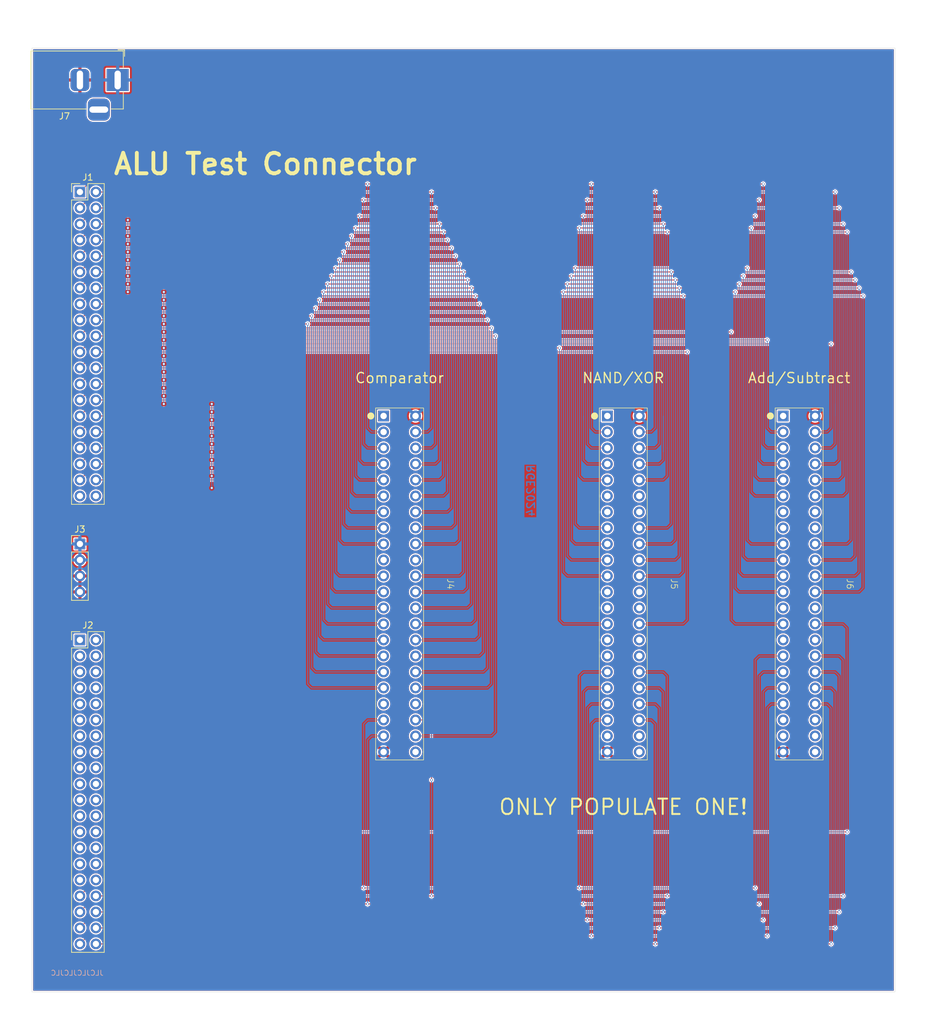
<source format=kicad_pcb>
(kicad_pcb (version 20240108) (generator "pcbnew") (generator_version "8.0")
  (layers (0 "F.Cu" signal) (31 "B.Cu" signal) (34 "B.Paste" user) (35 "F.Paste" user) (36 "B.SilkS" user "B.Silkscreen") (37 "F.SilkS" user "F.Silkscreen") (38 "B.Mask" user) (39 "F.Mask" user) (44 "Edge.Cuts" user))
  (net 0 "")
  (net 1 "/B13")
  (net 2 "/A2")
  (net 3 "/~{Add}")
  (net 4 "/A5")
  (net 5 "/B11")
  (net 6 "/~{NAND}")
  (net 7 "/B1")
  (net 8 "/B14")
  (net 9 "/B15")
  (net 10 "/B6")
  (net 11 "/B7")
  (net 12 "/A10")
  (net 13 "/A14")
  (net 14 "/A0")
  (net 15 "/~{XOR}")
  (net 16 "/B5")
  (net 17 "/A8")
  (net 18 "/A3")
  (net 19 "/A6")
  (net 20 "/B0")
  (net 21 "/A1")
  (net 24 "/A15")
  (net 25 "/A7")
  (net 26 "/B8")
  (net 27 "/A12")
  (net 28 "/~{Compare}")
  (net 29 "/A9")
  (net 30 "/~{Sub}")
  (net 31 "/A4")
  (net 32 "/B10")
  (net 33 "/B12")
  (net 34 "/B9")
  (net 35 "/Carry_{in}")
  (net 36 "/B4")
  (net 37 "/B2")
  (net 38 "/A11")
  (net 39 "/A13")
  (net 40 "/B3")
  (net 44 "/C4")
  (net 48 "/C1")
  (net 50 "/C5")
  (net 59 "/C2")
  (net 60 "/C3")
  (net 65 "/C7")
  (net 73 "/C6")
  (net 74 "/C0")
  (net 80 "/Carry_{Out}")
  (net 81 "+5V")
  (net 82 "GND")
  (footprint "BoardEdgeConnectors:TE-5530843-4-Mount" (layer "F.Cu") (at 172.72 113.03 -90)
    (property "Reference" "J6")
    (property "Value" "~")
  )
  (footprint "BoardEdgeConnectors:TE-5530843-4-Mount" (layer "F.Cu") (at 144.78 113.03 -90)
    (property "Reference" "J5")
    (property "Value" "~")
  )
  (footprint "Connector_PinHeader_2.54mm:PinHeader_1x04_P2.54mm_Vertical" (layer "F.Cu") (at 58.42 106.68)
    (property "Reference" "J3")
    (property "Value" "Conn_01x04")
  )
  (footprint "BoardEdgeConnectors:TE-5530843-4-Mount" (layer "F.Cu") (at 109.22 113.03 -90)
    (property "Reference" "J4")
    (property "Value" "~")
  )
  (footprint "Connector_PinHeader_2.54mm:PinHeader_2x20_P2.54mm_Vertical" (layer "F.Cu") (at 58.42 50.8)
    (property "Reference" "J1")
    (property "Value" "Conn_02x20_Odd_Even")
  )
  (footprint "Connector_PinHeader_2.54mm:PinHeader_2x20_P2.54mm_Vertical" (layer "F.Cu") (at 58.42 121.92)
    (property "Reference" "J2")
    (property "Value" "Conn_02x20_Odd_Even")
  )
  (footprint "Connector_BarrelJack:BarrelJack_Horizontal" (layer "F.Cu") (at 64.42 33.02)
    (property "Reference" "J7")
    (property "Value" "Barrel_Jack_Switch")
  )
  (gr_rect (start 50.8 27.94) (end 187.96 177.8) (stroke (width 0.05)) (fill none) (layer "Edge.Cuts"))
  (gr_text "RGE2024" (at 130.81 93.98 90) (layer "B.Cu") (effects (font (size 1.2192 1.2192) (thickness 0.2032) (bold yes)) (justify left bottom mirror)))
  (gr_text "JLCJLCJLCJLC" (at 62.23 175.26 0) (layer "B.SilkS") (effects (font (size 0.8128 0.8128) (thickness 0.1016)) (justify left bottom mirror)))
  (gr_text "Comparator" (at 109.22 81.28 0) (layer "F.SilkS") (effects (font (size 1.6256 1.6256) (thickness 0.2032)) (justify bottom)))
  (gr_text "ALU Test Connector" (at 63.5 48.26 0) (layer "F.SilkS") (effects (font (size 3.2512 3.2512) (thickness 0.6096) (bold yes)) (justify left bottom)))
  (gr_text "NAND/XOR" (at 144.78 81.28 0) (layer "F.SilkS") (effects (font (size 1.6256 1.6256) (thickness 0.2032)) (justify bottom)))
  (gr_text "Add/Subtract" (at 172.72 81.28 0) (layer "F.SilkS") (effects (font (size 1.6256 1.6256) (thickness 0.2032)) (justify bottom)))
  (gr_text "ONLY POPULATE ONE!" (at 144.78 149.86 0) (layer "F.SilkS") (effects (font (size 2.4384 2.4384) (thickness 0.3048)) (justify bottom)))
  (segment (start 84.455 71.12) (end 123.19 71.12) (width 0.127) (layer "F.Cu") (net 1))
  (segment (start 60.96 86.36) (end 83.185 86.36) (width 0.127) (layer "F.Cu") (net 1))
  (segment (start 83.82 85.725) (end 83.82 71.755) (width 0.127) (layer "F.Cu") (net 1))
  (segment (start 83.185 86.36) (end 83.82 85.725) (width 0.127) (layer "F.Cu") (net 1))
  (segment (start 83.82 71.755) (end 84.455 71.12) (width 0.127) (layer "F.Cu") (net 1))
  (via (at 123.19 71.12) (size 0.45) (drill 0.3) (layers "F.Cu" "B.Cu") (net 1))
  (segment (start 111.76 127) (end 122.555 127) (width 0.127) (layer "B.Cu") (net 1))
  (segment (start 123.19 126.365) (end 123.19 71.12) (width 0.127) (layer "B.Cu") (net 1))
  (segment (start 122.555 127) (end 123.19 126.365) (width 0.127) (layer "B.Cu") (net 1))
  (segment (start 103.505 52.07) (end 139.065 52.07) (width 0.127) (layer "F.Cu") (net 2))
  (segment (start 58.42 53.34) (end 59.69 52.07) (width 0.127) (layer "F.Cu") (net 2))
  (segment (start 139.065 52.07) (end 166.37 52.07) (width 0.127) (layer "F.Cu") (net 2))
  (segment (start 59.69 52.07) (end 103.505 52.07) (width 0.127) (layer "F.Cu") (net 2))
  (via (at 103.505 52.07) (size 0.45) (drill 0.3) (layers "F.Cu" "B.Cu") (net 2))
  (via (at 139.065 52.07) (size 0.45) (drill 0.3) (layers "F.Cu" "B.Cu") (net 2))
  (via (at 166.37 52.07) (size 0.45) (drill 0.3) (layers "F.Cu" "B.Cu") (net 2))
  (segment (start 167.005 93.98) (end 166.37 93.345) (width 0.127) (layer "B.Cu") (net 2))
  (segment (start 142.24 91.44) (end 139.7 91.44) (width 0.127) (layer "B.Cu") (net 2))
  (segment (start 170.18 93.98) (end 167.005 93.98) (width 0.127) (layer "B.Cu") (net 2))
  (segment (start 103.505 90.805) (end 103.505 52.07) (width 0.127) (layer "B.Cu") (net 2))
  (segment (start 106.68 91.44) (end 104.14 91.44) (width 0.127) (layer "B.Cu") (net 2))
  (segment (start 139.7 91.44) (end 139.065 90.805) (width 0.127) (layer "B.Cu") (net 2))
  (segment (start 104.14 91.44) (end 103.505 90.805) (width 0.127) (layer "B.Cu") (net 2))
  (segment (start 139.065 90.805) (end 139.065 52.07) (width 0.127) (layer "B.Cu") (net 2))
  (segment (start 166.37 93.345) (end 166.37 52.07) (width 0.127) (layer "B.Cu") (net 2))
  (segment (start 87.63 74.295) (end 95.25 74.295) (width 0.127) (layer "F.Cu") (net 3))
  (segment (start 86.995 92.075) (end 86.995 82.55) (width 0.127) (layer "F.Cu") (net 3))
  (segment (start 95.25 74.295) (end 167.64 74.295) (width 0.127) (layer "F.Cu") (net 3))
  (segment (start 86.36 92.71) (end 86.995 92.075) (width 0.127) (layer "F.Cu") (net 3))
  (segment (start 86.995 82.55) (end 86.995 74.93) (width 0.127) (layer "F.Cu") (net 3))
  (segment (start 58.42 93.98) (end 59.69 92.71) (width 0.127) (layer "F.Cu") (net 3))
  (segment (start 86.995 74.93) (end 87.63 74.295) (width 0.127) (layer "F.Cu") (net 3))
  (segment (start 59.69 92.71) (end 86.36 92.71) (width 0.127) (layer "F.Cu") (net 3))
  (via (at 167.64 74.295) (size 0.45) (drill 0.3) (layers "F.Cu" "B.Cu") (net 3))
  (segment (start 167.64 88.265) (end 167.64 74.295) (width 0.127) (layer "B.Cu") (net 3))
  (segment (start 170.18 88.9) (end 168.275 88.9) (width 0.127) (layer "B.Cu") (net 3))
  (segment (start 168.275 88.9) (end 167.64 88.265) (width 0.127) (layer "B.Cu") (net 3))
  (segment (start 151.13 55.88) (end 179.705 55.88) (width 0.127) (layer "F.Cu") (net 4))
  (segment (start 114.935 55.88) (end 151.13 55.88) (width 0.127) (layer "F.Cu") (net 4))
  (segment (start 60.96 55.88) (end 114.935 55.88) (width 0.127) (layer "F.Cu") (net 4))
  (segment (start 114.935 55.88) (end 115.57 55.88) (width 0.127) (layer "F.Cu") (net 4))
  (via (at 179.705 55.88) (size 0.45) (drill 0.3) (layers "F.Cu" "B.Cu") (net 4))
  (via (at 151.13 55.88) (size 0.45) (drill 0.3) (layers "F.Cu" "B.Cu") (net 4))
  (via (at 115.57 55.88) (size 0.45) (drill 0.3) (layers "F.Cu" "B.Cu") (net 4))
  (segment (start 147.32 93.98) (end 150.495 93.98) (width 0.127) (layer "B.Cu") (net 4))
  (segment (start 179.705 95.885) (end 179.705 88.9) (width 0.127) (layer "B.Cu") (net 4))
  (segment (start 175.26 96.52) (end 179.07 96.52) (width 0.127) (layer "B.Cu") (net 4))
  (segment (start 111.76 93.98) (end 114.935 93.98) (width 0.127) (layer "B.Cu") (net 4))
  (segment (start 115.57 86.36) (end 115.57 90.805) (width 0.127) (layer "B.Cu") (net 4))
  (segment (start 115.57 93.345) (end 115.57 86.36) (width 0.127) (layer "B.Cu") (net 4))
  (segment (start 115.57 90.805) (end 115.57 55.88) (width 0.127) (layer "B.Cu") (net 4))
  (segment (start 151.13 93.345) (end 151.13 86.36) (width 0.127) (layer "B.Cu") (net 4))
  (segment (start 151.13 86.36) (end 151.13 92.075) (width 0.127) (layer "B.Cu") (net 4))
  (segment (start 114.935 93.98) (end 115.57 93.345) (width 0.127) (layer "B.Cu") (net 4))
  (segment (start 179.07 96.52) (end 179.705 95.885) (width 0.127) (layer "B.Cu") (net 4))
  (segment (start 179.705 88.9) (end 179.705 55.88) (width 0.127) (layer "B.Cu") (net 4))
  (segment (start 151.13 92.075) (end 151.13 55.88) (width 0.127) (layer "B.Cu") (net 4))
  (segment (start 150.495 93.98) (end 151.13 93.345) (width 0.127) (layer "B.Cu") (net 4))
  (segment (start 81.915 83.82) (end 82.55 83.185) (width 0.127) (layer "F.Cu") (net 5))
  (segment (start 60.96 83.82) (end 81.915 83.82) (width 0.127) (layer "F.Cu") (net 5))
  (segment (start 83.185 69.85) (end 107.95 69.85) (width 0.127) (layer "F.Cu") (net 5))
  (segment (start 82.55 83.185) (end 82.55 70.485) (width 0.127) (layer "F.Cu") (net 5))
  (segment (start 107.95 69.85) (end 122.555 69.85) (width 0.127) (layer "F.Cu") (net 5))
  (segment (start 82.55 70.485) (end 83.185 69.85) (width 0.127) (layer "F.Cu") (net 5))
  (via (at 122.555 69.85) (size 0.45) (drill 0.3) (layers "F.Cu" "B.Cu") (net 5))
  (segment (start 111.76 124.46) (end 121.92 124.46) (width 0.127) (layer "B.Cu") (net 5))
  (segment (start 122.555 123.825) (end 122.555 69.85) (width 0.127) (layer "B.Cu") (net 5))
  (segment (start 121.92 124.46) (end 122.555 123.825) (width 0.127) (layer "B.Cu") (net 5))
  (segment (start 58.42 96.52) (end 59.69 95.25) (width 0.127) (layer "F.Cu") (net 6))
  (segment (start 59.69 95.25) (end 87.63 95.25) (width 0.127) (layer "F.Cu") (net 6))
  (segment (start 88.9 75.565) (end 92.075 75.565) (width 0.127) (layer "F.Cu") (net 6))
  (segment (start 88.265 76.2) (end 88.9 75.565) (width 0.127) (layer "F.Cu") (net 6))
  (segment (start 87.63 95.25) (end 88.265 94.615) (width 0.127) (layer "F.Cu") (net 6))
  (segment (start 92.075 75.565) (end 134.62 75.565) (width 0.127) (layer "F.Cu") (net 6))
  (segment (start 88.265 94.615) (end 88.265 76.2) (width 0.127) (layer "F.Cu") (net 6))
  (via (at 134.62 75.565) (size 0.45) (drill 0.3) (layers "F.Cu" "B.Cu") (net 6))
  (segment (start 134.62 118.745) (end 134.62 75.565) (width 0.127) (layer "B.Cu") (net 6))
  (segment (start 135.255 119.38) (end 134.62 118.745) (width 0.127) (layer "B.Cu") (net 6))
  (segment (start 142.24 119.38) (end 135.255 119.38) (width 0.127) (layer "B.Cu") (net 6))
  (segment (start 152.4 63.5) (end 180.975 63.5) (width 0.127) (layer "F.Cu") (net 7))
  (segment (start 76.2 70.485) (end 76.2 64.135) (width 0.127) (layer "F.Cu") (net 7))
  (segment (start 60.96 71.12) (end 75.565 71.12) (width 0.127) (layer "F.Cu") (net 7))
  (segment (start 76.835 63.5) (end 101.6 63.5) (width 0.127) (layer "F.Cu") (net 7))
  (segment (start 101.6 63.5) (end 119.38 63.5) (width 0.127) (layer "F.Cu") (net 7))
  (segment (start 119.38 63.5) (end 152.4 63.5) (width 0.127) (layer "F.Cu") (net 7))
  (segment (start 76.2 64.135) (end 76.835 63.5) (width 0.127) (layer "F.Cu") (net 7))
  (segment (start 75.565 71.12) (end 76.2 70.485) (width 0.127) (layer "F.Cu") (net 7))
  (via (at 152.4 63.5) (size 0.45) (drill 0.3) (layers "F.Cu" "B.Cu") (net 7))
  (via (at 180.975 63.5) (size 0.45) (drill 0.3) (layers "F.Cu" "B.Cu") (net 7))
  (via (at 119.38 63.5) (size 0.45) (drill 0.3) (layers "F.Cu" "B.Cu") (net 7))
  (segment (start 180.975 106.045) (end 180.975 63.5) (width 0.127) (layer "B.Cu") (net 7))
  (segment (start 152.4 103.505) (end 152.4 63.5) (width 0.127) (layer "B.Cu") (net 7))
  (segment (start 151.765 104.14) (end 152.4 103.505) (width 0.127) (layer "B.Cu") (net 7))
  (segment (start 175.26 106.68) (end 180.34 106.68) (width 0.127) (layer "B.Cu") (net 7))
  (segment (start 118.745 111.76) (end 119.38 111.125) (width 0.127) (layer "B.Cu") (net 7))
  (segment (start 180.34 106.68) (end 180.975 106.045) (width 0.127) (layer "B.Cu") (net 7))
  (segment (start 119.38 111.125) (end 119.38 63.5) (width 0.127) (layer "B.Cu") (net 7))
  (segment (start 111.76 111.76) (end 118.745 111.76) (width 0.127) (layer "B.Cu") (net 7))
  (segment (start 147.32 104.14) (end 151.765 104.14) (width 0.127) (layer "B.Cu") (net 7))
  (segment (start 83.82 87.63) (end 84.455 86.995) (width 0.127) (layer "F.Cu") (net 8))
  (segment (start 59.69 87.63) (end 83.82 87.63) (width 0.127) (layer "F.Cu") (net 8))
  (segment (start 85.09 71.755) (end 94.615 71.755) (width 0.127) (layer "F.Cu") (net 8))
  (segment (start 84.455 86.995) (end 84.455 72.39) (width 0.127) (layer "F.Cu") (net 8))
  (segment (start 58.42 88.9) (end 59.69 87.63) (width 0.127) (layer "F.Cu") (net 8))
  (segment (start 84.455 72.39) (end 85.09 71.755) (width 0.127) (layer "F.Cu") (net 8))
  (via (at 94.615 71.755) (size 0.45) (drill 0.3) (layers "F.Cu" "B.Cu") (net 8))
  (segment (start 94.615 128.905) (end 94.615 71.755) (width 0.127) (layer "B.Cu") (net 8))
  (segment (start 106.68 129.54) (end 95.25 129.54) (width 0.127) (layer "B.Cu") (net 8))
  (segment (start 95.25 129.54) (end 94.615 128.905) (width 0.127) (layer "B.Cu") (net 8))
  (segment (start 60.96 88.9) (end 84.455 88.9) (width 0.127) (layer "F.Cu") (net 9))
  (segment (start 84.455 88.9) (end 85.09 88.265) (width 0.127) (layer "F.Cu") (net 9))
  (segment (start 85.725 72.39) (end 92.71 72.39) (width 0.127) (layer "F.Cu") (net 9))
  (segment (start 85.09 73.025) (end 85.725 72.39) (width 0.127) (layer "F.Cu") (net 9))
  (segment (start 92.71 72.39) (end 123.825 72.39) (width 0.127) (layer "F.Cu") (net 9))
  (segment (start 85.09 88.265) (end 85.09 73.025) (width 0.127) (layer "F.Cu") (net 9))
  (via (at 123.825 72.39) (size 0.45) (drill 0.3) (layers "F.Cu" "B.Cu") (net 9))
  (segment (start 111.76 129.54) (end 123.19 129.54) (width 0.127) (layer "B.Cu") (net 9))
  (segment (start 123.825 128.905) (end 123.825 72.39) (width 0.127) (layer "B.Cu") (net 9))
  (segment (start 123.19 129.54) (end 123.825 128.905) (width 0.127) (layer "B.Cu") (net 9))
  (segment (start 59.69 77.47) (end 60.325 77.47) (width 0.127) (layer "F.Cu") (net 10))
  (segment (start 58.42 78.74) (end 59.69 77.47) (width 0.127) (layer "F.Cu") (net 10))
  (segment (start 79.375 67.31) (end 80.01 66.675) (width 0.127) (layer "F.Cu") (net 10))
  (segment (start 78.74 77.47) (end 79.375 76.835) (width 0.127) (layer "F.Cu") (net 10))
  (segment (start 80.01 66.675) (end 82.55 66.675) (width 0.127) (layer "F.Cu") (net 10))
  (segment (start 79.375 76.835) (end 79.375 67.31) (width 0.127) (layer "F.Cu") (net 10))
  (segment (start 97.155 66.675) (end 135.255 66.675) (width 0.127) (layer "F.Cu") (net 10))
  (segment (start 82.55 66.675) (end 97.155 66.675) (width 0.127) (layer "F.Cu") (net 10))
  (segment (start 135.255 66.675) (end 162.56 66.675) (width 0.127) (layer "F.Cu") (net 10))
  (segment (start 60.325 77.47) (end 78.74 77.47) (width 0.127) (layer "F.Cu") (net 10))
  (via (at 97.155 66.675) (size 0.45) (drill 0.3) (layers "F.Cu" "B.Cu") (net 10))
  (via (at 162.56 66.675) (size 0.45) (drill 0.3) (layers "F.Cu" "B.Cu") (net 10))
  (via (at 135.255 66.675) (size 0.45) (drill 0.3) (layers "F.Cu" "B.Cu") (net 10))
  (segment (start 135.89 111.76) (end 135.255 111.125) (width 0.127) (layer "B.Cu") (net 10))
  (segment (start 162.56 113.665) (end 162.56 66.675) (width 0.127) (layer "B.Cu") (net 10))
  (segment (start 163.195 114.3) (end 162.56 113.665) (width 0.127) (layer "B.Cu") (net 10))
  (segment (start 106.68 119.38) (end 97.79 119.38) (width 0.127) (layer "B.Cu") (net 10))
  (segment (start 135.255 111.125) (end 135.255 66.675) (width 0.127) (layer "B.Cu") (net 10))
  (segment (start 170.18 114.3) (end 163.195 114.3) (width 0.127) (layer "B.Cu") (net 10))
  (segment (start 142.24 111.76) (end 135.89 111.76) (width 0.127) (layer "B.Cu") (net 10))
  (segment (start 97.155 118.745) (end 97.155 66.675) (width 0.127) (layer "B.Cu") (net 10))
  (segment (start 97.79 119.38) (end 97.155 118.745) (width 0.127) (layer "B.Cu") (net 10))
  (segment (start 121.285 67.31) (end 154.305 67.31) (width 0.127) (layer "F.Cu") (net 11))
  (segment (start 80.645 67.31) (end 89.535 67.31) (width 0.127) (layer "F.Cu") (net 11))
  (segment (start 79.375 78.74) (end 80.01 78.105) (width 0.127) (layer "F.Cu") (net 11))
  (segment (start 156.845 67.31) (end 182.88 67.31) (width 0.127) (layer "F.Cu") (net 11))
  (segment (start 80.01 78.105) (end 80.01 67.945) (width 0.127) (layer "F.Cu") (net 11))
  (segment (start 80.01 67.945) (end 80.645 67.31) (width 0.127) (layer "F.Cu") (net 11))
  (segment (start 89.535 67.31) (end 121.285 67.31) (width 0.127) (layer "F.Cu") (net 11))
  (segment (start 154.305 67.31) (end 156.845 67.31) (width 0.127) (layer "F.Cu") (net 11))
  (segment (start 60.96 78.74) (end 79.375 78.74) (width 0.127) (layer "F.Cu") (net 11))
  (via (at 182.88 67.31) (size 0.45) (drill 0.3) (layers "F.Cu" "B.Cu") (net 11))
  (via (at 154.305 67.31) (size 0.45) (drill 0.3) (layers "F.Cu" "B.Cu") (net 11))
  (via (at 121.285 67.31) (size 0.45) (drill 0.3) (layers "F.Cu" "B.Cu") (net 11))
  (segment (start 154.305 111.125) (end 154.305 67.31) (width 0.127) (layer "B.Cu") (net 11))
  (segment (start 182.245 114.3) (end 175.26 114.3) (width 0.127) (layer "B.Cu") (net 11))
  (segment (start 182.88 67.31) (end 182.88 113.665) (width 0.127) (layer "B.Cu") (net 11))
  (segment (start 153.67 111.76) (end 154.305 111.125) (width 0.127) (layer "B.Cu") (net 11))
  (segment (start 121.285 118.745) (end 121.285 67.31) (width 0.127) (layer "B.Cu") (net 11))
  (segment (start 120.65 119.38) (end 121.285 118.745) (width 0.127) (layer "B.Cu") (net 11))
  (segment (start 147.32 111.76) (end 153.67 111.76) (width 0.127) (layer "B.Cu") (net 11))
  (segment (start 111.76 119.38) (end 120.65 119.38) (width 0.127) (layer "B.Cu") (net 11))
  (segment (start 182.88 113.665) (end 182.245 114.3) (width 0.127) (layer "B.Cu") (net 11))
  (segment (start 59.69 62.23) (end 71.12 62.23) (width 0.127) (layer "F.Cu") (net 12))
  (segment (start 71.12 62.23) (end 71.755 61.595) (width 0.127) (layer "F.Cu") (net 12))
  (segment (start 72.39 59.055) (end 100.965 59.055) (width 0.127) (layer "F.Cu") (net 12))
  (segment (start 71.755 59.69) (end 72.39 59.055) (width 0.127) (layer "F.Cu") (net 12))
  (segment (start 58.42 63.5) (end 59.69 62.23) (width 0.127) (layer "F.Cu") (net 12))
  (segment (start 71.755 61.595) (end 71.755 59.69) (width 0.127) (layer "F.Cu") (net 12))
  (via (at 100.965 59.055) (size 0.45) (drill 0.3) (layers "F.Cu" "B.Cu") (net 12))
  (segment (start 101.6 101.6) (end 100.965 100.965) (width 0.127) (layer "B.Cu") (net 12))
  (segment (start 106.68 101.6) (end 101.6 101.6) (width 0.127) (layer "B.Cu") (net 12))
  (segment (start 100.965 100.965) (end 100.965 59.055) (width 0.127) (layer "B.Cu") (net 12))
  (segment (start 74.295 66.675) (end 74.295 62.23) (width 0.127) (layer "F.Cu") (net 13))
  (segment (start 73.66 67.31) (end 74.295 66.675) (width 0.127) (layer "F.Cu") (net 13))
  (segment (start 59.69 67.31) (end 73.66 67.31) (width 0.127) (layer "F.Cu") (net 13))
  (segment (start 58.42 68.58) (end 59.69 67.31) (width 0.127) (layer "F.Cu") (net 13))
  (segment (start 82.55 61.595) (end 99.695 61.595) (width 0.127) (layer "F.Cu") (net 13))
  (segment (start 74.93 61.595) (end 82.55 61.595) (width 0.127) (layer "F.Cu") (net 13))
  (segment (start 74.295 62.23) (end 74.93 61.595) (width 0.127) (layer "F.Cu") (net 13))
  (via (at 99.695 61.595) (size 0.45) (drill 0.3) (layers "F.Cu" "B.Cu") (net 13))
  (segment (start 100.33 106.68) (end 99.695 106.045) (width 0.127) (layer "B.Cu") (net 13))
  (segment (start 106.68 106.68) (end 100.33 106.68) (width 0.127) (layer "B.Cu") (net 13))
  (segment (start 99.695 106.045) (end 99.695 61.595) (width 0.127) (layer "B.Cu") (net 13))
  (segment (start 59.69 49.53) (end 104.14 49.53) (width 0.127) (layer "F.Cu") (net 14))
  (segment (start 58.42 50.8) (end 59.69 49.53) (width 0.127) (layer "F.Cu") (net 14))
  (segment (start 104.14 49.53) (end 139.7 49.53) (width 0.127) (layer "F.Cu") (net 14))
  (segment (start 139.7 49.53) (end 167.005 49.53) (width 0.127) (layer "F.Cu") (net 14))
  (via (at 167.005 49.53) (size 0.45) (drill 0.3) (layers "F.Cu" "B.Cu") (net 14))
  (via (at 139.7 49.53) (size 0.45) (drill 0.3) (layers "F.Cu" "B.Cu") (net 14))
  (via (at 104.14 49.53) (size 0.45) (drill 0.3) (layers "F.Cu" "B.Cu") (net 14))
  (segment (start 167.64 91.44) (end 167.005 90.805) (width 0.127) (layer "B.Cu") (net 14))
  (segment (start 106.68 88.9) (end 104.775 88.9) (width 0.127) (layer "B.Cu") (net 14))
  (segment (start 104.775 88.9) (end 104.14 88.265) (width 0.127) (layer "B.Cu") (net 14))
  (segment (start 139.7 88.265) (end 139.7 49.53) (width 0.127) (layer "B.Cu") (net 14))
  (segment (start 140.335 88.9) (end 139.7 88.265) (width 0.127) (layer "B.Cu") (net 14))
  (segment (start 142.24 88.9) (end 140.335 88.9) (width 0.127) (layer "B.Cu") (net 14))
  (segment (start 170.18 91.44) (end 167.64 91.44) (width 0.127) (layer "B.Cu") (net 14))
  (segment (start 167.005 90.805) (end 167.005 49.53) (width 0.127) (layer "B.Cu") (net 14))
  (segment (start 104.14 88.265) (end 104.14 49.53) (width 0.127) (layer "B.Cu") (net 14))
  (segment (start 89.535 76.2) (end 154.94 76.2) (width 0.127) (layer "F.Cu") (net 15))
  (segment (start 88.9 95.885) (end 88.9 76.835) (width 0.127) (layer "F.Cu") (net 15))
  (segment (start 60.96 96.52) (end 88.265 96.52) (width 0.127) (layer "F.Cu") (net 15))
  (segment (start 88.265 96.52) (end 88.9 95.885) (width 0.127) (layer "F.Cu") (net 15))
  (segment (start 88.9 76.835) (end 89.535 76.2) (width 0.127) (layer "F.Cu") (net 15))
  (via (at 154.94 76.2) (size 0.45) (drill 0.3) (layers "F.Cu" "B.Cu") (net 15))
  (segment (start 147.32 119.38) (end 154.305 119.38) (width 0.127) (layer "B.Cu") (net 15))
  (segment (start 154.305 119.38) (end 154.94 118.745) (width 0.127) (layer "B.Cu") (net 15))
  (segment (start 154.94 118.745) (end 154.94 76.2) (width 0.127) (layer "B.Cu") (net 15))
  (segment (start 78.74 66.675) (end 79.375 66.04) (width 0.127) (layer "F.Cu") (net 16))
  (segment (start 78.74 75.565) (end 78.74 66.675) (width 0.127) (layer "F.Cu") (net 16))
  (segment (start 79.375 66.04) (end 88.9 66.04) (width 0.127) (layer "F.Cu") (net 16))
  (segment (start 78.105 76.2) (end 78.74 75.565) (width 0.127) (layer "F.Cu") (net 16))
  (segment (start 153.67 66.04) (end 182.245 66.04) (width 0.127) (layer "F.Cu") (net 16))
  (segment (start 60.96 76.2) (end 78.105 76.2) (width 0.127) (layer "F.Cu") (net 16))
  (segment (start 120.65 66.04) (end 153.67 66.04) (width 0.127) (layer "F.Cu") (net 16))
  (segment (start 88.9 66.04) (end 120.65 66.04) (width 0.127) (layer "F.Cu") (net 16))
  (via (at 182.245 66.04) (size 0.45) (drill 0.3) (layers "F.Cu" "B.Cu") (net 16))
  (via (at 153.67 66.04) (size 0.45) (drill 0.3) (layers "F.Cu" "B.Cu") (net 16))
  (via (at 120.65 66.04) (size 0.45) (drill 0.3) (layers "F.Cu" "B.Cu") (net 16))
  (segment (start 120.65 116.205) (end 120.65 66.04) (width 0.127) (layer "B.Cu") (net 16))
  (segment (start 182.245 111.125) (end 182.245 66.04) (width 0.127) (layer "B.Cu") (net 16))
  (segment (start 147.32 109.22) (end 153.035 109.22) (width 0.127) (layer "B.Cu") (net 16))
  (segment (start 120.015 116.84) (end 120.65 116.205) (width 0.127) (layer "B.Cu") (net 16))
  (segment (start 111.76 116.84) (end 120.015 116.84) (width 0.127) (layer "B.Cu") (net 16))
  (segment (start 153.035 109.22) (end 153.67 108.585) (width 0.127) (layer "B.Cu") (net 16))
  (segment (start 153.67 108.585) (end 153.67 66.04) (width 0.127) (layer "B.Cu") (net 16))
  (segment (start 181.61 111.76) (end 182.245 111.125) (width 0.127) (layer "B.Cu") (net 16))
  (segment (start 175.26 111.76) (end 181.61 111.76) (width 0.127) (layer "B.Cu") (net 16))
  (segment (start 71.12 57.785) (end 101.6 57.785) (width 0.127) (layer "F.Cu") (net 17))
  (segment (start 59.69 59.69) (end 69.85 59.69) (width 0.127) (layer "F.Cu") (net 17))
  (segment (start 70.485 58.42) (end 71.12 57.785) (width 0.127) (layer "F.Cu") (net 17))
  (segment (start 70.485 59.055) (end 70.485 58.42) (width 0.127) (layer "F.Cu") (net 17))
  (segment (start 58.42 60.96) (end 59.69 59.69) (width 0.127) (layer "F.Cu") (net 17))
  (segment (start 69.85 59.69) (end 70.485 59.055) (width 0.127) (layer "F.Cu") (net 17))
  (via (at 101.6 57.785) (size 0.45) (drill 0.3) (layers "F.Cu" "B.Cu") (net 17))
  (segment (start 102.235 99.06) (end 101.6 98.425) (width 0.127) (layer "B.Cu") (net 17))
  (segment (start 106.68 99.06) (end 102.235 99.06) (width 0.127) (layer "B.Cu") (net 17))
  (segment (start 101.6 98.425) (end 101.6 92.075) (width 0.127) (layer "B.Cu") (net 17))
  (segment (start 101.6 92.075) (end 101.6 57.785) (width 0.127) (layer "B.Cu") (net 17))
  (segment (start 114.935 53.34) (end 150.495 53.34) (width 0.127) (layer "F.Cu") (net 18))
  (segment (start 150.495 53.34) (end 179.07 53.34) (width 0.127) (layer "F.Cu") (net 18))
  (segment (start 60.96 53.34) (end 114.935 53.34) (width 0.127) (layer "F.Cu") (net 18))
  (via (at 150.495 53.34) (size 0.45) (drill 0.3) (layers "F.Cu" "B.Cu") (net 18))
  (via (at 114.935 53.34) (size 0.45) (drill 0.3) (layers "F.Cu" "B.Cu") (net 18))
  (via (at 179.07 53.34) (size 0.45) (drill 0.3) (layers "F.Cu" "B.Cu") (net 18))
  (segment (start 114.935 85.725) (end 114.935 53.34) (width 0.127) (layer "B.Cu") (net 18))
  (segment (start 179.07 88.9) (end 179.07 53.34) (width 0.127) (layer "B.Cu") (net 18))
  (segment (start 178.435 93.98) (end 179.07 93.345) (width 0.127) (layer "B.Cu") (net 18))
  (segment (start 114.3 91.44) (end 114.935 90.805) (width 0.127) (layer "B.Cu") (net 18))
  (segment (start 147.32 91.44) (end 149.86 91.44) (width 0.127) (layer "B.Cu") (net 18))
  (segment (start 111.76 91.44) (end 114.3 91.44) (width 0.127) (layer "B.Cu") (net 18))
  (segment (start 179.07 93.345) (end 179.07 88.9) (width 0.127) (layer "B.Cu") (net 18))
  (segment (start 150.495 90.805) (end 150.495 53.34) (width 0.127) (layer "B.Cu") (net 18))
  (segment (start 114.935 90.805) (end 114.935 85.725) (width 0.127) (layer "B.Cu") (net 18))
  (segment (start 175.26 93.98) (end 178.435 93.98) (width 0.127) (layer "B.Cu") (net 18))
  (segment (start 149.86 91.44) (end 150.495 90.805) (width 0.127) (layer "B.Cu") (net 18))
  (segment (start 137.795 56.515) (end 165.1 56.515) (width 0.127) (layer "F.Cu") (net 19))
  (segment (start 69.215 57.15) (end 69.85 56.515) (width 0.127) (layer "F.Cu") (net 19))
  (segment (start 58.42 58.42) (end 59.69 57.15) (width 0.127) (layer "F.Cu") (net 19))
  (segment (start 59.69 57.15) (end 69.215 57.15) (width 0.127) (layer "F.Cu") (net 19))
  (segment (start 69.85 56.515) (end 102.235 56.515) (width 0.127) (layer "F.Cu") (net 19))
  (segment (start 102.235 56.515) (end 137.795 56.515) (width 0.127) (layer "F.Cu") (net 19))
  (via (at 102.235 56.515) (size 0.45) (drill 0.3) (layers "F.Cu" "B.Cu") (net 19))
  (via (at 137.795 56.515) (size 0.45) (drill 0.3) (layers "F.Cu" "B.Cu") (net 19))
  (via (at 165.1 56.515) (size 0.45) (drill 0.3) (layers "F.Cu" "B.Cu") (net 19))
  (segment (start 165.1 98.425) (end 165.1 56.515) (width 0.127) (layer "B.Cu") (net 19))
  (segment (start 142.24 96.52) (end 138.43 96.52) (width 0.127) (layer "B.Cu") (net 19))
  (segment (start 138.43 96.52) (end 137.795 95.885) (width 0.127) (layer "B.Cu") (net 19))
  (segment (start 102.235 95.885) (end 102.235 91.44) (width 0.127) (layer "B.Cu") (net 19))
  (segment (start 137.795 95.885) (end 137.795 88.9) (width 0.127) (layer "B.Cu") (net 19))
  (segment (start 102.235 91.44) (end 102.235 56.515) (width 0.127) (layer "B.Cu") (net 19))
  (segment (start 165.735 99.06) (end 165.1 98.425) (width 0.127) (layer "B.Cu") (net 19))
  (segment (start 102.87 96.52) (end 102.235 95.885) (width 0.127) (layer "B.Cu") (net 19))
  (segment (start 106.68 96.52) (end 102.87 96.52) (width 0.127) (layer "B.Cu") (net 19))
  (segment (start 170.18 99.06) (end 165.735 99.06) (width 0.127) (layer "B.Cu") (net 19))
  (segment (start 137.795 88.9) (end 137.795 56.515) (width 0.127) (layer "B.Cu") (net 19))
  (segment (start 137.16 62.865) (end 164.465 62.865) (width 0.127) (layer "F.Cu") (net 20))
  (segment (start 99.06 62.865) (end 114.3 62.865) (width 0.127) (layer "F.Cu") (net 20))
  (segment (start 75.565 63.5) (end 76.2 62.865) (width 0.127) (layer "F.Cu") (net 20))
  (segment (start 58.42 71.12) (end 59.69 69.85) (width 0.127) (layer "F.Cu") (net 20))
  (segment (start 76.2 62.865) (end 79.375 62.865) (width 0.127) (layer "F.Cu") (net 20))
  (segment (start 133.35 62.865) (end 137.16 62.865) (width 0.127) (layer "F.Cu") (net 20))
  (segment (start 79.375 62.865) (end 99.06 62.865) (width 0.127) (layer "F.Cu") (net 20))
  (segment (start 114.3 62.865) (end 133.35 62.865) (width 0.127) (layer "F.Cu") (net 20))
  (segment (start 59.69 69.85) (end 74.93 69.85) (width 0.127) (layer "F.Cu") (net 20))
  (segment (start 75.565 69.215) (end 75.565 63.5) (width 0.127) (layer "F.Cu") (net 20))
  (segment (start 74.93 69.85) (end 75.565 69.215) (width 0.127) (layer "F.Cu") (net 20))
  (via (at 99.06 62.865) (size 0.45) (drill 0.3) (layers "F.Cu" "B.Cu") (net 20))
  (via (at 137.16 62.865) (size 0.45) (drill 0.3) (layers "F.Cu" "B.Cu") (net 20))
  (via (at 164.465 62.865) (size 0.45) (drill 0.3) (layers "F.Cu" "B.Cu") (net 20))
  (segment (start 142.24 104.14) (end 137.795 104.14) (width 0.127) (layer "B.Cu") (net 20))
  (segment (start 137.795 104.14) (end 137.16 103.505) (width 0.127) (layer "B.Cu") (net 20))
  (segment (start 165.1 106.68) (end 164.465 106.045) (width 0.127) (layer "B.Cu") (net 20))
  (segment (start 137.16 103.505) (end 137.16 62.865) (width 0.127) (layer "B.Cu") (net 20))
  (segment (start 99.06 111.125) (end 99.695 111.76) (width 0.127) (layer "B.Cu") (net 20))
  (segment (start 164.465 106.045) (end 164.465 62.865) (width 0.127) (layer "B.Cu") (net 20))
  (segment (start 170.18 106.68) (end 165.1 106.68) (width 0.127) (layer "B.Cu") (net 20))
  (segment (start 99.06 62.865) (end 99.06 111.125) (width 0.127) (layer "B.Cu") (net 20))
  (segment (start 99.695 111.76) (end 106.68 111.76) (width 0.127) (layer "B.Cu") (net 20))
  (segment (start 149.86 50.8) (end 178.435 50.8) (width 0.127) (layer "F.Cu") (net 21))
  (segment (start 60.96 50.8) (end 114.3 50.8) (width 0.127) (layer "F.Cu") (net 21))
  (segment (start 114.3 50.8) (end 149.86 50.8) (width 0.127) (layer "F.Cu") (net 21))
  (via (at 178.435 50.8) (size 0.45) (drill 0.3) (layers "F.Cu" "B.Cu") (net 21))
  (via (at 149.86 50.8) (size 0.45) (drill 0.3) (layers "F.Cu" "B.Cu") (net 21))
  (via (at 114.3 50.8) (size 0.45) (drill 0.3) (layers "F.Cu" "B.Cu") (net 21))
  (segment (start 113.665 88.9) (end 114.3 88.265) (width 0.127) (layer "B.Cu") (net 21))
  (segment (start 177.8 91.44) (end 178.435 90.805) (width 0.127) (layer "B.Cu") (net 21))
  (segment (start 149.225 88.9) (end 149.86 88.265) (width 0.127) (layer "B.Cu") (net 21))
  (segment (start 149.86 88.265) (end 149.86 81.28) (width 0.127) (layer "B.Cu") (net 21))
  (segment (start 149.86 81.28) (end 149.86 50.8) (width 0.127) (layer "B.Cu") (net 21))
  (segment (start 175.26 91.44) (end 177.8 91.44) (width 0.127) (layer "B.Cu") (net 21))
  (segment (start 178.435 76.835) (end 178.435 50.8) (width 0.127) (layer "B.Cu") (net 21))
  (segment (start 147.32 88.9) (end 149.225 88.9) (width 0.127) (layer "B.Cu") (net 21))
  (segment (start 114.3 88.265) (end 114.3 50.8) (width 0.127) (layer "B.Cu") (net 21))
  (segment (start 178.435 84.455) (end 178.435 86.36) (width 0.127) (layer "B.Cu") (net 21))
  (segment (start 178.435 90.805) (end 178.435 84.455) (width 0.127) (layer "B.Cu") (net 21))
  (segment (start 111.76 88.9) (end 113.665 88.9) (width 0.127) (layer "B.Cu") (net 21))
  (segment (start 178.435 86.36) (end 178.435 76.835) (width 0.127) (layer "B.Cu") (net 21))
  (segment (start 60.96 68.58) (end 74.295 68.58) (width 0.127) (layer "F.Cu") (net 24))
  (segment (start 74.93 62.865) (end 75.565 62.23) (width 0.127) (layer "F.Cu") (net 24))
  (segment (start 74.295 68.58) (end 74.93 67.945) (width 0.127) (layer "F.Cu") (net 24))
  (segment (start 79.375 62.23) (end 118.745 62.23) (width 0.127) (layer "F.Cu") (net 24))
  (segment (start 75.565 62.23) (end 79.375 62.23) (width 0.127) (layer "F.Cu") (net 24))
  (segment (start 74.93 67.945) (end 74.93 62.865) (width 0.127) (layer "F.Cu") (net 24))
  (via (at 118.745 62.23) (size 0.45) (drill 0.3) (layers "F.Cu" "B.Cu") (net 24))
  (segment (start 111.76 106.68) (end 118.11 106.68) (width 0.127) (layer "B.Cu") (net 24))
  (segment (start 118.11 106.68) (end 118.745 106.045) (width 0.127) (layer "B.Cu") (net 24))
  (segment (start 118.745 106.045) (end 118.745 62.23) (width 0.127) (layer "B.Cu") (net 24))
  (segment (start 60.96 58.42) (end 69.215 58.42) (width 0.127) (layer "F.Cu") (net 25))
  (segment (start 70.485 57.15) (end 116.205 57.15) (width 0.127) (layer "F.Cu") (net 25))
  (segment (start 151.765 57.15) (end 180.34 57.15) (width 0.127) (layer "F.Cu") (net 25))
  (segment (start 116.205 57.15) (end 151.765 57.15) (width 0.127) (layer "F.Cu") (net 25))
  (segment (start 69.215 58.42) (end 70.485 57.15) (width 0.127) (layer "F.Cu") (net 25))
  (via (at 116.205 57.15) (size 0.45) (drill 0.3) (layers "F.Cu" "B.Cu") (net 25))
  (via (at 151.765 57.15) (size 0.45) (drill 0.3) (layers "F.Cu" "B.Cu") (net 25))
  (via (at 180.34 57.15) (size 0.45) (drill 0.3) (layers "F.Cu" "B.Cu") (net 25))
  (segment (start 151.765 91.44) (end 151.765 57.15) (width 0.127) (layer "B.Cu") (net 25))
  (segment (start 147.32 96.52) (end 151.13 96.52) (width 0.127) (layer "B.Cu") (net 25))
  (segment (start 175.26 99.06) (end 179.705 99.06) (width 0.127) (layer "B.Cu") (net 25))
  (segment (start 116.205 88.265) (end 116.205 57.15) (width 0.127) (layer "B.Cu") (net 25))
  (segment (start 179.705 99.06) (end 180.34 98.425) (width 0.127) (layer "B.Cu") (net 25))
  (segment (start 151.13 96.52) (end 151.765 95.885) (width 0.127) (layer "B.Cu") (net 25))
  (segment (start 115.57 96.52) (end 116.205 95.885) (width 0.127) (layer "B.Cu") (net 25))
  (segment (start 180.34 93.98) (end 180.34 57.15) (width 0.127) (layer "B.Cu") (net 25))
  (segment (start 116.205 95.885) (end 116.205 88.265) (width 0.127) (layer "B.Cu") (net 25))
  (segment (start 180.34 98.425) (end 180.34 93.98) (width 0.127) (layer "B.Cu") (net 25))
  (segment (start 151.765 95.885) (end 151.765 91.44) (width 0.127) (layer "B.Cu") (net 25))
  (segment (start 111.76 96.52) (end 115.57 96.52) (width 0.127) (layer "B.Cu") (net 25))
  (segment (start 58.42 81.28) (end 59.69 80.01) (width 0.127) (layer "F.Cu") (net 26))
  (segment (start 80.645 68.58) (end 81.28 67.945) (width 0.127) (layer "F.Cu") (net 26))
  (segment (start 80.01 80.01) (end 80.645 79.375) (width 0.127) (layer "F.Cu") (net 26))
  (segment (start 88.9 67.945) (end 96.52 67.945) (width 0.127) (layer "F.Cu") (net 26))
  (segment (start 81.28 67.945) (end 88.9 67.945) (width 0.127) (layer "F.Cu") (net 26))
  (segment (start 59.69 80.01) (end 80.01 80.01) (width 0.127) (layer "F.Cu") (net 26))
  (segment (start 80.645 79.375) (end 80.645 68.58) (width 0.127) (layer "F.Cu") (net 26))
  (via (at 96.52 67.945) (size 0.45) (drill 0.3) (layers "F.Cu" "B.Cu") (net 26))
  (segment (start 96.52 121.285) (end 96.52 67.945) (width 0.127) (layer "B.Cu") (net 26))
  (segment (start 106.68 121.92) (end 97.155 121.92) (width 0.127) (layer "B.Cu") (net 26))
  (segment (start 97.155 121.92) (end 96.52 121.285) (width 0.127) (layer "B.Cu") (net 26))
  (segment (start 58.42 66.04) (end 59.69 64.77) (width 0.127) (layer "F.Cu") (net 27))
  (segment (start 59.69 64.77) (end 72.39 64.77) (width 0.127) (layer "F.Cu") (net 27))
  (segment (start 73.025 60.96) (end 73.66 60.325) (width 0.127) (layer "F.Cu") (net 27))
  (segment (start 72.39 64.77) (end 73.025 64.135) (width 0.127) (layer "F.Cu") (net 27))
  (segment (start 73.025 64.135) (end 73.025 60.96) (width 0.127) (layer "F.Cu") (net 27))
  (segment (start 73.66 60.325) (end 100.33 60.325) (width 0.127) (layer "F.Cu") (net 27))
  (via (at 100.33 60.325) (size 0.45) (drill 0.3) (layers "F.Cu" "B.Cu") (net 27))
  (segment (start 106.68 104.14) (end 100.965 104.14) (width 0.127) (layer "B.Cu") (net 27))
  (segment (start 100.33 101.6) (end 100.33 60.325) (width 0.127) (layer "B.Cu") (net 27))
  (segment (start 100.965 104.14) (end 100.33 103.505) (width 0.127) (layer "B.Cu") (net 27))
  (segment (start 100.33 103.505) (end 100.33 101.6) (width 0.127) (layer "B.Cu") (net 27))
  (segment (start 86.36 74.295) (end 86.995 73.66) (width 0.127) (layer "F.Cu") (net 28))
  (segment (start 60.96 91.44) (end 85.725 91.44) (width 0.127) (layer "F.Cu") (net 28))
  (segment (start 86.995 73.66) (end 124.46 73.66) (width 0.127) (layer "F.Cu") (net 28))
  (segment (start 85.725 91.44) (end 86.36 90.805) (width 0.127) (layer "F.Cu") (net 28))
  (segment (start 86.36 84.455) (end 86.36 74.295) (width 0.127) (layer "F.Cu") (net 28))
  (segment (start 86.36 90.805) (end 86.36 84.455) (width 0.127) (layer "F.Cu") (net 28))
  (via (at 124.46 73.66) (size 0.45) (drill 0.3) (layers "F.Cu" "B.Cu") (net 28))
  (segment (start 124.46 136.525) (end 124.46 73.66) (width 0.127) (layer "B.Cu") (net 28))
  (segment (start 123.825 137.16) (end 124.46 136.525) (width 0.127) (layer "B.Cu") (net 28))
  (segment (start 111.76 137.16) (end 123.825 137.16) (width 0.127) (layer "B.Cu") (net 28))
  (segment (start 71.755 58.42) (end 116.84 58.42) (width 0.127) (layer "F.Cu") (net 29))
  (segment (start 71.12 60.325) (end 71.12 59.055) (width 0.127) (layer "F.Cu") (net 29))
  (segment (start 60.96 60.96) (end 70.485 60.96) (width 0.127) (layer "F.Cu") (net 29))
  (segment (start 71.12 59.055) (end 71.755 58.42) (width 0.127) (layer "F.Cu") (net 29))
  (segment (start 70.485 60.96) (end 71.12 60.325) (width 0.127) (layer "F.Cu") (net 29))
  (via (at 116.84 58.42) (size 0.45) (drill 0.3) (layers "F.Cu" "B.Cu") (net 29))
  (segment (start 116.84 97.155) (end 116.84 58.42) (width 0.127) (layer "B.Cu") (net 29))
  (segment (start 116.84 93.98) (end 116.84 97.155) (width 0.127) (layer "B.Cu") (net 29))
  (segment (start 116.84 98.425) (end 116.84 93.98) (width 0.127) (layer "B.Cu") (net 29))
  (segment (start 116.205 99.06) (end 116.84 98.425) (width 0.127) (layer "B.Cu") (net 29))
  (segment (start 111.76 99.06) (end 116.205 99.06) (width 0.127) (layer "B.Cu") (net 29))
  (segment (start 87.63 93.345) (end 87.63 75.565) (width 0.127) (layer "F.Cu") (net 30))
  (segment (start 88.265 74.93) (end 95.885 74.93) (width 0.127) (layer "F.Cu") (net 30))
  (segment (start 60.96 93.98) (end 86.995 93.98) (width 0.127) (layer "F.Cu") (net 30))
  (segment (start 95.885 74.93) (end 177.8 74.93) (width 0.127) (layer "F.Cu") (net 30))
  (segment (start 87.63 75.565) (end 88.265 74.93) (width 0.127) (layer "F.Cu") (net 30))
  (segment (start 86.995 93.98) (end 87.63 93.345) (width 0.127) (layer "F.Cu") (net 30))
  (via (at 177.8 74.93) (size 0.45) (drill 0.3) (layers "F.Cu" "B.Cu") (net 30))
  (segment (start 177.165 88.9) (end 177.8 88.265) (width 0.127) (layer "B.Cu") (net 30))
  (segment (start 175.26 88.9) (end 177.165 88.9) (width 0.127) (layer "B.Cu") (net 30))
  (segment (start 177.8 88.265) (end 177.8 74.93) (width 0.127) (layer "B.Cu") (net 30))
  (segment (start 102.87 54.61) (end 138.43 54.61) (width 0.127) (layer "F.Cu") (net 31))
  (segment (start 138.43 54.61) (end 165.735 54.61) (width 0.127) (layer "F.Cu") (net 31))
  (segment (start 59.69 54.61) (end 102.87 54.61) (width 0.127) (layer "F.Cu") (net 31))
  (segment (start 58.42 55.88) (end 59.69 54.61) (width 0.127) (layer "F.Cu") (net 31))
  (via (at 138.43 54.61) (size 0.45) (drill 0.3) (layers "F.Cu" "B.Cu") (net 31))
  (via (at 165.735 54.61) (size 0.45) (drill 0.3) (layers "F.Cu" "B.Cu") (net 31))
  (via (at 102.87 54.61) (size 0.45) (drill 0.3) (layers "F.Cu" "B.Cu") (net 31))
  (segment (start 170.18 96.52) (end 166.37 96.52) (width 0.127) (layer "B.Cu") (net 31))
  (segment (start 102.87 88.265) (end 102.87 54.61) (width 0.127) (layer "B.Cu") (net 31))
  (segment (start 166.37 96.52) (end 165.735 95.885) (width 0.127) (layer "B.Cu") (net 31))
  (segment (start 139.065 93.98) (end 138.43 93.345) (width 0.127) (layer "B.Cu") (net 31))
  (segment (start 165.735 95.885) (end 165.735 54.61) (width 0.127) (layer "B.Cu") (net 31))
  (segment (start 138.43 86.36) (end 138.43 86.995) (width 0.127) (layer "B.Cu") (net 31))
  (segment (start 138.43 86.995) (end 138.43 54.61) (width 0.127) (layer "B.Cu") (net 31))
  (segment (start 138.43 93.345) (end 138.43 86.36) (width 0.127) (layer "B.Cu") (net 31))
  (segment (start 142.24 93.98) (end 139.065 93.98) (width 0.127) (layer "B.Cu") (net 31))
  (segment (start 106.68 93.98) (end 103.505 93.98) (width 0.127) (layer "B.Cu") (net 31))
  (segment (start 103.505 93.98) (end 102.87 93.345) (width 0.127) (layer "B.Cu") (net 31))
  (segment (start 102.87 93.345) (end 102.87 88.265) (width 0.127) (layer "B.Cu") (net 31))
  (segment (start 88.9 69.215) (end 95.885 69.215) (width 0.127) (layer "F.Cu") (net 32))
  (segment (start 81.915 69.85) (end 82.55 69.215) (width 0.127) (layer "F.Cu") (net 32))
  (segment (start 59.69 82.55) (end 81.28 82.55) (width 0.127) (layer "F.Cu") (net 32))
  (segment (start 58.42 83.82) (end 59.69 82.55) (width 0.127) (layer "F.Cu") (net 32))
  (segment (start 81.915 81.915) (end 81.915 69.85) (width 0.127) (layer "F.Cu") (net 32))
  (segment (start 82.55 69.215) (end 88.9 69.215) (width 0.127) (layer "F.Cu") (net 32))
  (segment (start 81.28 82.55) (end 81.915 81.915) (width 0.127) (layer "F.Cu") (net 32))
  (via (at 95.885 69.215) (size 0.45) (drill 0.3) (layers "F.Cu" "B.Cu") (net 32))
  (segment (start 95.885 69.215) (end 95.885 123.825) (width 0.127) (layer "B.Cu") (net 32))
  (segment (start 95.885 123.825) (end 96.52 124.46) (width 0.127) (layer "B.Cu") (net 32))
  (segment (start 96.52 124.46) (end 106.68 124.46) (width 0.127) (layer "B.Cu") (net 32))
  (segment (start 82.55 85.09) (end 83.185 84.455) (width 0.127) (layer "F.Cu") (net 33))
  (segment (start 58.42 86.36) (end 59.69 85.09) (width 0.127) (layer "F.Cu") (net 33))
  (segment (start 59.69 85.09) (end 82.55 85.09) (width 0.127) (layer "F.Cu") (net 33))
  (segment (start 83.185 84.455) (end 83.185 71.12) (width 0.127) (layer "F.Cu") (net 33))
  (segment (start 83.82 70.485) (end 95.25 70.485) (width 0.127) (layer "F.Cu") (net 33))
  (segment (start 83.185 71.12) (end 83.82 70.485) (width 0.127) (layer "F.Cu") (net 33))
  (via (at 95.25 70.485) (size 0.45) (drill 0.3) (layers "F.Cu" "B.Cu") (net 33))
  (segment (start 106.68 127) (end 95.885 127) (width 0.127) (layer "B.Cu") (net 33))
  (segment (start 95.885 127) (end 95.25 126.365) (width 0.127) (layer "B.Cu") (net 33))
  (segment (start 95.25 126.365) (end 95.25 70.485) (width 0.127) (layer "B.Cu") (net 33))
  (segment (start 80.645 81.28) (end 81.28 80.645) (width 0.127) (layer "F.Cu") (net 34))
  (segment (start 60.96 81.28) (end 80.645 81.28) (width 0.127) (layer "F.Cu") (net 34))
  (segment (start 95.885 68.58) (end 121.92 68.58) (width 0.127) (layer "F.Cu") (net 34))
  (segment (start 81.28 69.215) (end 81.915 68.58) (width 0.127) (layer "F.Cu") (net 34))
  (segment (start 81.28 80.645) (end 81.28 69.215) (width 0.127) (layer "F.Cu") (net 34))
  (segment (start 81.915 68.58) (end 95.885 68.58) (width 0.127) (layer "F.Cu") (net 34))
  (via (at 121.92 68.58) (size 0.45) (drill 0.3) (layers "F.Cu" "B.Cu") (net 34))
  (segment (start 111.76 121.92) (end 121.285 121.92) (width 0.127) (layer "B.Cu") (net 34))
  (segment (start 121.92 121.285) (end 121.92 68.58) (width 0.127) (layer "B.Cu") (net 34))
  (segment (start 121.285 121.92) (end 121.92 121.285) (width 0.127) (layer "B.Cu") (net 34))
  (segment (start 85.09 90.17) (end 85.725 89.535) (width 0.127) (layer "F.Cu") (net 35))
  (segment (start 59.69 90.17) (end 85.09 90.17) (width 0.127) (layer "F.Cu") (net 35))
  (segment (start 58.42 91.44) (end 59.69 90.17) (width 0.127) (layer "F.Cu") (net 35))
  (segment (start 86.36 73.025) (end 95.25 73.025) (width 0.127) (layer "F.Cu") (net 35))
  (segment (start 95.25 73.025) (end 161.925 73.025) (width 0.127) (layer "F.Cu") (net 35))
  (segment (start 85.725 73.66) (end 86.36 73.025) (width 0.127) (layer "F.Cu") (net 35))
  (segment (start 85.725 86.36) (end 85.725 73.66) (width 0.127) (layer "F.Cu") (net 35))
  (segment (start 85.725 89.535) (end 85.725 86.36) (width 0.127) (layer "F.Cu") (net 35))
  (via (at 161.925 73.025) (size 0.45) (drill 0.3) (layers "F.Cu" "B.Cu") (net 35))
  (segment (start 162.56 119.38) (end 161.925 118.745) (width 0.127) (layer "B.Cu") (net 35))
  (segment (start 170.18 119.38) (end 162.56 119.38) (width 0.127) (layer "B.Cu") (net 35))
  (segment (start 161.925 118.745) (end 161.925 73.025) (width 0.127) (layer "B.Cu") (net 35))
  (segment (start 78.105 74.295) (end 78.105 66.04) (width 0.127) (layer "F.Cu") (net 36))
  (segment (start 139.7 65.405) (end 163.195 65.405) (width 0.127) (layer "F.Cu") (net 36))
  (segment (start 59.69 74.93) (end 77.47 74.93) (width 0.127) (layer "F.Cu") (net 36))
  (segment (start 135.89 65.405) (end 139.7 65.405) (width 0.127) (layer "F.Cu") (net 36))
  (segment (start 77.47 74.93) (end 78.105 74.295) (width 0.127) (layer "F.Cu") (net 36))
  (segment (start 82.55 65.405) (end 97.79 65.405) (width 0.127) (layer "F.Cu") (net 36))
  (segment (start 58.42 76.2) (end 59.69 74.93) (width 0.127) (layer "F.Cu") (net 36))
  (segment (start 97.79 65.405) (end 135.89 65.405) (width 0.127) (layer "F.Cu") (net 36))
  (segment (start 78.74 65.405) (end 82.55 65.405) (width 0.127) (layer "F.Cu") (net 36))
  (segment (start 78.105 66.04) (end 78.74 65.405) (width 0.127) (layer "F.Cu") (net 36))
  (via (at 135.89 65.405) (size 0.45) (drill 0.3) (layers "F.Cu" "B.Cu") (net 36))
  (via (at 163.195 65.405) (size 0.45) (drill 0.3) (layers "F.Cu" "B.Cu") (net 36))
  (via (at 97.79 65.405) (size 0.45) (drill 0.3) (layers "F.Cu" "B.Cu") (net 36))
  (segment (start 163.195 111.125) (end 163.195 65.405) (width 0.127) (layer "B.Cu") (net 36))
  (segment (start 98.425 116.84) (end 97.79 116.205) (width 0.127) (layer "B.Cu") (net 36))
  (segment (start 106.68 116.84) (end 98.425 116.84) (width 0.127) (layer "B.Cu") (net 36))
  (segment (start 163.83 111.76) (end 163.195 111.125) (width 0.127) (layer "B.Cu") (net 36))
  (segment (start 136.525 109.22) (end 135.89 108.585) (width 0.127) (layer "B.Cu") (net 36))
  (segment (start 142.24 109.22) (end 136.525 109.22) (width 0.127) (layer "B.Cu") (net 36))
  (segment (start 170.18 111.76) (end 163.83 111.76) (width 0.127) (layer "B.Cu") (net 36))
  (segment (start 97.79 116.205) (end 97.79 65.405) (width 0.127) (layer "B.Cu") (net 36))
  (segment (start 135.89 108.585) (end 135.89 65.405) (width 0.127) (layer "B.Cu") (net 36))
  (segment (start 98.425 64.135) (end 122.555 64.135) (width 0.127) (layer "F.Cu") (net 37))
  (segment (start 76.2 72.39) (end 76.835 71.755) (width 0.127) (layer "F.Cu") (net 37))
  (segment (start 76.835 71.755) (end 76.835 64.77) (width 0.127) (layer "F.Cu") (net 37))
  (segment (start 58.42 73.66) (end 59.69 72.39) (width 0.127) (layer "F.Cu") (net 37))
  (segment (start 76.835 64.77) (end 77.47 64.135) (width 0.127) (layer "F.Cu") (net 37))
  (segment (start 77.47 64.135) (end 88.9 64.135) (width 0.127) (layer "F.Cu") (net 37))
  (segment (start 136.525 64.135) (end 163.83 64.135) (width 0.127) (layer "F.Cu") (net 37))
  (segment (start 122.555 64.135) (end 136.525 64.135) (width 0.127) (layer "F.Cu") (net 37))
  (segment (start 59.69 72.39) (end 76.2 72.39) (width 0.127) (layer "F.Cu") (net 37))
  (segment (start 88.9 64.135) (end 98.425 64.135) (width 0.127) (layer "F.Cu") (net 37))
  (via (at 163.83 64.135) (size 0.45) (drill 0.3) (layers "F.Cu" "B.Cu") (net 37))
  (via (at 136.525 64.135) (size 0.45) (drill 0.3) (layers "F.Cu" "B.Cu") (net 37))
  (via (at 98.425 64.135) (size 0.45) (drill 0.3) (layers "F.Cu" "B.Cu") (net 37))
  (segment (start 163.83 108.585) (end 163.83 64.135) (width 0.127) (layer "B.Cu") (net 37))
  (segment (start 136.525 106.045) (end 136.525 64.135) (width 0.127) (layer "B.Cu") (net 37))
  (segment (start 106.68 114.3) (end 99.06 114.3) (width 0.127) (layer "B.Cu") (net 37))
  (segment (start 99.06 114.3) (end 98.425 113.665) (width 0.127) (layer "B.Cu") (net 37))
  (segment (start 164.465 109.22) (end 163.83 108.585) (width 0.127) (layer "B.Cu") (net 37))
  (segment (start 98.425 113.665) (end 98.425 64.135) (width 0.127) (layer "B.Cu") (net 37))
  (segment (start 137.16 106.68) (end 136.525 106.045) (width 0.127) (layer "B.Cu") (net 37))
  (segment (start 170.18 109.22) (end 164.465 109.22) (width 0.127) (layer "B.Cu") (net 37))
  (segment (start 142.24 106.68) (end 137.16 106.68) (width 0.127) (layer "B.Cu") (net 37))
  (segment (start 71.755 63.5) (end 72.39 62.865) (width 0.127) (layer "F.Cu") (net 38))
  (segment (start 73.025 59.69) (end 117.475 59.69) (width 0.127) (layer "F.Cu") (net 38))
  (segment (start 72.39 62.865) (end 72.39 60.325) (width 0.127) (layer "F.Cu") (net 38))
  (segment (start 60.96 63.5) (end 71.755 63.5) (width 0.127) (layer "F.Cu") (net 38))
  (segment (start 72.39 60.325) (end 73.025 59.69) (width 0.127) (layer "F.Cu") (net 38))
  (via (at 117.475 59.69) (size 0.45) (drill 0.3) (layers "F.Cu" "B.Cu") (net 38))
  (segment (start 117.475 97.155) (end 117.475 59.69) (width 0.127) (layer "B.Cu") (net 38))
  (segment (start 116.84 101.6) (end 117.475 100.965) (width 0.127) (layer "B.Cu") (net 38))
  (segment (start 111.76 101.6) (end 116.84 101.6) (width 0.127) (layer "B.Cu") (net 38))
  (segment (start 117.475 100.965) (end 117.475 97.155) (width 0.127) (layer "B.Cu") (net 38))
  (segment (start 73.66 61.595) (end 74.295 60.96) (width 0.127) (layer "F.Cu") (net 39))
  (segment (start 73.66 65.405) (end 73.66 61.595) (width 0.127) (layer "F.Cu") (net 39))
  (segment (start 60.96 66.04) (end 73.025 66.04) (width 0.127) (layer "F.Cu") (net 39))
  (segment (start 73.025 66.04) (end 73.66 65.405) (width 0.127) (layer "F.Cu") (net 39))
  (segment (start 74.295 60.96) (end 118.11 60.96) (width 0.127) (layer "F.Cu") (net 39))
  (via (at 118.11 60.96) (size 0.45) (drill 0.3) (layers "F.Cu" "B.Cu") (net 39))
  (segment (start 118.11 100.33) (end 118.11 60.96) (width 0.127) (layer "B.Cu") (net 39))
  (segment (start 111.76 104.14) (end 117.475 104.14) (width 0.127) (layer "B.Cu") (net 39))
  (segment (start 118.11 103.505) (end 118.11 100.33) (width 0.127) (layer "B.Cu") (net 39))
  (segment (start 117.475 104.14) (end 118.11 103.505) (width 0.127) (layer "B.Cu") (net 39))
  (segment (start 76.835 73.66) (end 77.47 73.025) (width 0.127) (layer "F.Cu") (net 40))
  (segment (start 77.47 73.025) (end 77.47 65.405) (width 0.127) (layer "F.Cu") (net 40))
  (segment (start 153.035 64.77) (end 158.115 64.77) (width 0.127) (layer "F.Cu") (net 40))
  (segment (start 78.105 64.77) (end 120.015 64.77) (width 0.127) (layer "F.Cu") (net 40))
  (segment (start 120.015 64.77) (end 153.035 64.77) (width 0.127) (layer "F.Cu") (net 40))
  (segment (start 158.115 64.77) (end 181.61 64.77) (width 0.127) (layer "F.Cu") (net 40))
  (segment (start 77.47 65.405) (end 78.105 64.77) (width 0.127) (layer "F.Cu") (net 40))
  (segment (start 60.96 73.66) (end 76.835 73.66) (width 0.127) (layer "F.Cu") (net 40))
  (via (at 153.035 64.77) (size 0.45) (drill 0.3) (layers "F.Cu" "B.Cu") (net 40))
  (via (at 181.61 64.77) (size 0.45) (drill 0.3) (layers "F.Cu" "B.Cu") (net 40))
  (via (at 120.015 64.77) (size 0.45) (drill 0.3) (layers "F.Cu" "B.Cu") (net 40))
  (segment (start 181.61 108.585) (end 180.975 109.22) (width 0.127) (layer "B.Cu") (net 40))
  (segment (start 147.32 106.68) (end 152.4 106.68) (width 0.127) (layer "B.Cu") (net 40))
  (segment (start 119.38 114.3) (end 120.015 113.665) (width 0.127) (layer "B.Cu") (net 40))
  (segment (start 111.76 114.3) (end 119.38 114.3) (width 0.127) (layer "B.Cu") (net 40))
  (segment (start 120.015 113.665) (end 120.015 64.77) (width 0.127) (layer "B.Cu") (net 40))
  (segment (start 180.975 109.22) (end 175.26 109.22) (width 0.127) (layer "B.Cu") (net 40))
  (segment (start 153.035 106.045) (end 153.035 64.77) (width 0.127) (layer "B.Cu") (net 40))
  (segment (start 181.61 64.77) (end 181.61 108.585) (width 0.127) (layer "B.Cu") (net 40))
  (segment (start 152.4 106.68) (end 153.035 106.045) (width 0.127) (layer "B.Cu") (net 40))
  (segment (start 59.69 166.37) (end 139.065 166.37) (width 0.127) (layer "F.Cu") (net 44))
  (segment (start 58.42 167.64) (end 59.69 166.37) (width 0.127) (layer "F.Cu") (net 44))
  (segment (start 139.065 166.37) (end 167.005 166.37) (width 0.127) (layer "F.Cu") (net 44))
  (via (at 139.065 166.37) (size 0.45) (drill 0.3) (layers "F.Cu" "B.Cu") (net 44))
  (via (at 167.005 166.37) (size 0.45) (drill 0.3) (layers "F.Cu" "B.Cu") (net 44))
  (segment (start 139.065 132.715) (end 139.7 132.08) (width 0.127) (layer "B.Cu") (net 44))
  (segment (start 167.005 130.175) (end 167.64 129.54) (width 0.127) (layer "B.Cu") (net 44))
  (segment (start 167.005 166.37) (end 167.005 130.175) (width 0.127) (layer "B.Cu") (net 44))
  (segment (start 139.065 166.37) (end 139.065 132.715) (width 0.127) (layer "B.Cu") (net 44))
  (segment (start 167.64 129.54) (end 170.18 129.54) (width 0.127) (layer "B.Cu") (net 44))
  (segment (start 139.7 132.08) (end 142.24 132.08) (width 0.127) (layer "B.Cu") (net 44))
  (segment (start 114.3 162.56) (end 151.765 162.56) (width 0.127) (layer "F.Cu") (net 48))
  (segment (start 60.96 162.56) (end 114.3 162.56) (width 0.127) (layer "F.Cu") (net 48))
  (segment (start 114.3 135.255) (end 114.3 144.145) (width 0.127) (layer "F.Cu") (net 48))
  (segment (start 111.76 134.62) (end 113.665 134.62) (width 0.127) (layer "F.Cu") (net 48))
  (segment (start 113.665 134.62) (end 114.3 135.255) (width 0.127) (layer "F.Cu") (net 48))
  (segment (start 151.765 162.56) (end 179.705 162.56) (width 0.127) (layer "F.Cu") (net 48))
  (via (at 151.765 162.56) (size 0.45) (drill 0.3) (layers "F.Cu" "B.Cu") (net 48))
  (via (at 114.3 162.56) (size 0.45) (drill 0.3) (layers "F.Cu" "B.Cu") (net 48))
  (via (at 114.3 144.145) (size 0.45) (drill 0.3) (layers "F.Cu" "B.Cu") (net 48))
  (via (at 179.705 162.56) (size 0.45) (drill 0.3) (layers "F.Cu" "B.Cu") (net 48))
  (segment (start 179.705 125.095) (end 179.07 124.46) (width 0.127) (layer "B.Cu") (net 48))
  (segment (start 151.13 127) (end 151.765 127.635) (width 0.127) (layer "B.Cu") (net 48))
  (segment (start 179.07 124.46) (end 175.26 124.46) (width 0.127) (layer "B.Cu") (net 48))
  (segment (start 179.705 162.56) (end 179.705 125.095) (width 0.127) (layer "B.Cu") (net 48))
  (segment (start 151.765 127.635) (end 151.765 162.56) (width 0.127) (layer "B.Cu") (net 48))
  (segment (start 114.3 162.56) (end 114.3 144.145) (width 0.127) (layer "B.Cu") (net 48))
  (segment (start 147.32 127) (end 151.13 127) (width 0.127) (layer "B.Cu") (net 48))
  (segment (start 150.495 167.64) (end 178.435 167.64) (width 0.127) (layer "F.Cu") (net 50))
  (segment (start 76.2 167.64) (end 150.495 167.64) (width 0.127) (layer "F.Cu") (net 50))
  (segment (start 60.96 167.64) (end 76.2 167.64) (width 0.127) (layer "F.Cu") (net 50))
  (via (at 150.495 167.64) (size 0.45) (drill 0.3) (layers "F.Cu" "B.Cu") (net 50))
  (via (at 178.435 167.64) (size 0.45) (drill 0.3) (layers "F.Cu" "B.Cu") (net 50))
  (segment (start 149.86 132.08) (end 150.495 132.715) (width 0.127) (layer "B.Cu") (net 50))
  (segment (start 178.435 130.175) (end 177.8 129.54) (width 0.127) (layer "B.Cu") (net 50))
  (segment (start 177.8 129.54) (end 175.26 129.54) (width 0.127) (layer "B.Cu") (net 50))
  (segment (start 178.435 167.64) (end 178.435 130.175) (width 0.127) (layer "B.Cu") (net 50))
  (segment (start 147.32 132.08) (end 149.86 132.08) (width 0.127) (layer "B.Cu") (net 50))
  (segment (start 150.495 132.715) (end 150.495 167.64) (width 0.127) (layer "B.Cu") (net 50))
  (segment (start 58.42 165.1) (end 59.69 163.83) (width 0.127) (layer "F.Cu") (net 59))
  (segment (start 104.14 163.83) (end 138.43 163.83) (width 0.127) (layer "F.Cu") (net 59))
  (segment (start 59.69 163.83) (end 69.85 163.83) (width 0.127) (layer "F.Cu") (net 59))
  (segment (start 138.43 163.83) (end 166.37 163.83) (width 0.127) (layer "F.Cu") (net 59))
  (segment (start 69.85 163.83) (end 104.14 163.83) (width 0.127) (layer "F.Cu") (net 59))
  (via (at 138.43 163.83) (size 0.45) (drill 0.3) (layers "F.Cu" "B.Cu") (net 59))
  (via (at 166.37 163.83) (size 0.45) (drill 0.3) (layers "F.Cu" "B.Cu") (net 59))
  (via (at 104.14 163.83) (size 0.45) (drill 0.3) (layers "F.Cu" "B.Cu") (net 59))
  (segment (start 166.37 127.635) (end 167.005 127) (width 0.127) (layer "B.Cu") (net 59))
  (segment (start 139.065 129.54) (end 142.24 129.54) (width 0.127) (layer "B.Cu") (net 59))
  (segment (start 104.14 137.795) (end 104.775 137.16) (width 0.127) (layer "B.Cu") (net 59))
  (segment (start 138.43 163.83) (end 138.43 130.175) (width 0.127) (layer "B.Cu") (net 59))
  (segment (start 138.43 130.175) (end 139.065 129.54) (width 0.127) (layer "B.Cu") (net 59))
  (segment (start 166.37 163.83) (end 166.37 127.635) (width 0.127) (layer "B.Cu") (net 59))
  (segment (start 167.005 127) (end 170.18 127) (width 0.127) (layer "B.Cu") (net 59))
  (segment (start 104.14 163.83) (end 104.14 137.795) (width 0.127) (layer "B.Cu") (net 59))
  (segment (start 104.775 137.16) (end 106.68 137.16) (width 0.127) (layer "B.Cu") (net 59))
  (segment (start 60.96 165.1) (end 151.13 165.1) (width 0.127) (layer "F.Cu") (net 60))
  (segment (start 151.13 165.1) (end 179.07 165.1) (width 0.127) (layer "F.Cu") (net 60))
  (via (at 151.13 165.1) (size 0.45) (drill 0.3) (layers "F.Cu" "B.Cu") (net 60))
  (via (at 179.07 165.1) (size 0.45) (drill 0.3) (layers "F.Cu" "B.Cu") (net 60))
  (segment (start 151.13 130.175) (end 151.13 165.1) (width 0.127) (layer "B.Cu") (net 60))
  (segment (start 179.07 165.1) (end 179.07 127.635) (width 0.127) (layer "B.Cu") (net 60))
  (segment (start 178.435 127) (end 175.26 127) (width 0.127) (layer "B.Cu") (net 60))
  (segment (start 179.07 127.635) (end 178.435 127) (width 0.127) (layer "B.Cu") (net 60))
  (segment (start 150.495 129.54) (end 151.13 130.175) (width 0.127) (layer "B.Cu") (net 60))
  (segment (start 147.32 129.54) (end 150.495 129.54) (width 0.127) (layer "B.Cu") (net 60))
  (segment (start 82.55 170.18) (end 71.755 170.18) (width 0.127) (layer "F.Cu") (net 65))
  (segment (start 149.86 170.18) (end 177.8 170.18) (width 0.127) (layer "F.Cu") (net 65))
  (segment (start 60.96 170.18) (end 82.55 170.18) (width 0.127) (layer "F.Cu") (net 65))
  (segment (start 71.755 170.18) (end 149.86 170.18) (width 0.127) (layer "F.Cu") (net 65))
  (via (at 177.8 170.18) (size 0.45) (drill 0.3) (layers "F.Cu" "B.Cu") (net 65))
  (via (at 149.86 170.18) (size 0.45) (drill 0.3) (layers "F.Cu" "B.Cu") (net 65))
  (segment (start 149.225 134.62) (end 149.86 135.255) (width 0.127) (layer "B.Cu") (net 65))
  (segment (start 177.165 132.08) (end 175.26 132.08) (width 0.127) (layer "B.Cu") (net 65))
  (segment (start 147.32 134.62) (end 149.225 134.62) (width 0.127) (layer "B.Cu") (net 65))
  (segment (start 149.86 135.255) (end 149.86 170.18) (width 0.127) (layer "B.Cu") (net 65))
  (segment (start 177.8 170.18) (end 177.8 132.715) (width 0.127) (layer "B.Cu") (net 65))
  (segment (start 177.8 132.715) (end 177.165 132.08) (width 0.127) (layer "B.Cu") (net 65))
  (segment (start 82.55 168.91) (end 139.7 168.91) (width 0.127) (layer "F.Cu") (net 73))
  (segment (start 58.42 170.18) (end 59.69 168.91) (width 0.127) (layer "F.Cu") (net 73))
  (segment (start 59.69 168.91) (end 82.55 168.91) (width 0.127) (layer "F.Cu") (net 73))
  (segment (start 139.7 168.91) (end 167.64 168.91) (width 0.127) (layer "F.Cu") (net 73))
  (via (at 139.7 168.91) (size 0.45) (drill 0.3) (layers "F.Cu" "B.Cu") (net 73))
  (via (at 167.64 168.91) (size 0.45) (drill 0.3) (layers "F.Cu" "B.Cu") (net 73))
  (segment (start 139.7 168.91) (end 139.7 135.255) (width 0.127) (layer "B.Cu") (net 73))
  (segment (start 139.7 135.255) (end 140.335 134.62) (width 0.127) (layer "B.Cu") (net 73))
  (segment (start 167.64 132.715) (end 168.275 132.08) (width 0.127) (layer "B.Cu") (net 73))
  (segment (start 140.335 134.62) (end 142.24 134.62) (width 0.127) (layer "B.Cu") (net 73))
  (segment (start 167.64 168.91) (end 167.64 132.715) (width 0.127) (layer "B.Cu") (net 73))
  (segment (start 168.275 132.08) (end 170.18 132.08) (width 0.127) (layer "B.Cu") (net 73))
  (segment (start 58.42 162.56) (end 59.69 161.29) (width 0.127) (layer "F.Cu") (net 74))
  (segment (start 103.505 161.29) (end 137.795 161.29) (width 0.127) (layer "F.Cu") (net 74))
  (segment (start 137.795 161.29) (end 165.735 161.29) (width 0.127) (layer "F.Cu") (net 74))
  (segment (start 59.69 161.29) (end 103.505 161.29) (width 0.127) (layer "F.Cu") (net 74))
  (via (at 103.505 161.29) (size 0.45) (drill 0.3) (layers "F.Cu" "B.Cu") (net 74))
  (via (at 137.795 161.29) (size 0.45) (drill 0.3) (layers "F.Cu" "B.Cu") (net 74))
  (via (at 165.735 161.29) (size 0.45) (drill 0.3) (layers "F.Cu" "B.Cu") (net 74))
  (segment (start 137.795 127.635) (end 138.43 127) (width 0.127) (layer "B.Cu") (net 74))
  (segment (start 104.14 134.62) (end 106.68 134.62) (width 0.127) (layer "B.Cu") (net 74))
  (segment (start 170.18 124.46) (end 166.37 124.46) (width 0.127) (layer "B.Cu") (net 74))
  (segment (start 165.735 125.095) (end 165.735 161.29) (width 0.127) (layer "B.Cu") (net 74))
  (segment (start 138.43 127) (end 142.24 127) (width 0.127) (layer "B.Cu") (net 74))
  (segment (start 166.37 124.46) (end 165.735 125.095) (width 0.127) (layer "B.Cu") (net 74))
  (segment (start 103.505 135.255) (end 104.14 134.62) (width 0.127) (layer "B.Cu") (net 74))
  (segment (start 137.795 161.29) (end 137.795 127.635) (width 0.127) (layer "B.Cu") (net 74))
  (segment (start 103.505 161.29) (end 103.505 135.255) (width 0.127) (layer "B.Cu") (net 74))
  (segment (start 88.9 140.335) (end 88.9 151.765) (width 0.127) (layer "F.Cu") (net 80))
  (segment (start 98.425 152.4) (end 180.34 152.4) (width 0.127) (layer "F.Cu") (net 80))
  (segment (start 89.535 152.4) (end 98.425 152.4) (width 0.127) (layer "F.Cu") (net 80))
  (segment (start 88.265 139.7) (end 88.9 140.335) (width 0.127) (layer "F.Cu") (net 80))
  (segment (start 60.96 139.7) (end 88.265 139.7) (width 0.127) (layer "F.Cu") (net 80))
  (segment (start 88.9 151.765) (end 89.535 152.4) (width 0.127) (layer "F.Cu") (net 80))
  (via (at 180.34 152.4) (size 0.45) (drill 0.3) (layers "F.Cu" "B.Cu") (net 80))
  (segment (start 180.34 120.015) (end 179.705 119.38) (width 0.127) (layer "B.Cu") (net 80))
  (segment (start 179.705 119.38) (end 175.26 119.38) (width 0.127) (layer "B.Cu") (net 80))
  (segment (start 180.34 152.4) (end 180.34 120.015) (width 0.127) (layer "B.Cu") (net 80))
  (via (at 79.375 94.615) (size 0.45) (drill 0.3) (layers "F.Cu" "B.Cu") (net 82))
  (via (at 71.755 74.295) (size 0.45) (drill 0.3) (layers "F.Cu" "B.Cu") (net 82))
  (via (at 66.04 57.785) (size 0.45) (drill 0.3) (layers "F.Cu" "B.Cu") (net 82))
  (via (at 71.755 84.455) (size 0.45) (drill 0.3) (layers "F.Cu" "B.Cu") (net 82))
  (via (at 71.755 66.675) (size 0.45) (drill 0.3) (layers "F.Cu" "B.Cu") (net 82))
  (via (at 71.755 83.185) (size 0.45) (drill 0.3) (layers "F.Cu" "B.Cu") (net 82))
  (via (at 66.04 61.595) (size 0.45) (drill 0.3) (layers "F.Cu" "B.Cu") (net 82))
  (via (at 71.755 76.835) (size 0.45) (drill 0.3) (layers "F.Cu" "B.Cu") (net 82))
  (via (at 71.755 69.215) (size 0.45) (drill 0.3) (layers "F.Cu" "B.Cu") (net 82))
  (via (at 79.375 85.725) (size 0.45) (drill 0.3) (layers "F.Cu" "B.Cu") (net 82))
  (via (at 66.04 56.515) (size 0.45) (drill 0.3) (layers "F.Cu" "B.Cu") (net 82))
  (via (at 71.755 79.375) (size 0.45) (drill 0.3) (layers "F.Cu" "B.Cu") (net 82))
  (via (at 71.755 71.755) (size 0.45) (drill 0.3) (layers "F.Cu" "B.Cu") (net 82))
  (via (at 79.375 90.805) (size 0.45) (drill 0.3) (layers "F.Cu" "B.Cu") (net 82))
  (via (at 71.755 80.645) (size 0.45) (drill 0.3) (layers "F.Cu" "B.Cu") (net 82))
  (via (at 79.375 92.075) (size 0.45) (drill 0.3) (layers "F.Cu" "B.Cu") (net 82))
  (via (at 71.755 73.025) (size 0.45) (drill 0.3) (layers "F.Cu" "B.Cu") (net 82))
  (via (at 79.375 86.995) (size 0.45) (drill 0.3) (layers "F.Cu" "B.Cu") (net 82))
  (via (at 66.04 59.055) (size 0.45) (drill 0.3) (layers "F.Cu" "B.Cu") (net 82))
  (via (at 66.04 55.245) (size 0.45) (drill 0.3) (layers "F.Cu" "B.Cu") (net 82))
  (via (at 66.04 65.405) (size 0.45) (drill 0.3) (layers "F.Cu" "B.Cu") (net 82))
  (via (at 79.375 89.535) (size 0.45) (drill 0.3) (layers "F.Cu" "B.Cu") (net 82))
  (via (at 66.04 62.865) (size 0.45) (drill 0.3) (layers "F.Cu" "B.Cu") (net 82))
  (via (at 79.375 88.265) (size 0.45) (drill 0.3) (layers "F.Cu" "B.Cu") (net 82))
  (via (at 79.375 95.885) (size 0.45) (drill 0.3) (layers "F.Cu" "B.Cu") (net 82))
  (via (at 71.755 78.105) (size 0.45) (drill 0.3) (layers "F.Cu" "B.Cu") (net 82))
  (via (at 71.755 70.485) (size 0.45) (drill 0.3) (layers "F.Cu" "B.Cu") (net 82))
  (via (at 66.04 64.135) (size 0.45) (drill 0.3) (layers "F.Cu" "B.Cu") (net 82))
  (via (at 79.375 97.79) (size 0.45) (drill 0.3) (layers "F.Cu" "B.Cu") (net 82))
  (via (at 66.04 60.325) (size 0.45) (drill 0.3) (layers "F.Cu" "B.Cu") (net 82))
  (via (at 71.755 75.565) (size 0.45) (drill 0.3) (layers "F.Cu" "B.Cu") (net 82))
  (via (at 79.375 93.345) (size 0.45) (drill 0.3) (layers "F.Cu" "B.Cu") (net 82))
  (via (at 79.375 84.455) (size 0.45) (drill 0.3) (layers "F.Cu" "B.Cu") (net 82))
  (via (at 71.755 81.915) (size 0.45) (drill 0.3) (layers "F.Cu" "B.Cu") (net 82))
  (via (at 71.755 67.945) (size 0.45) (drill 0.3) (layers "F.Cu" "B.Cu") (net 82))
  (via (at 66.04 66.675) (size 0.45) (drill 0.3) (layers "F.Cu" "B.Cu") (net 82))
  (segment (start 71.755 70.485) (end 71.755 71.755) (width 0.127) (layer "B.Cu") (net 82))
  (segment (start 79.375 95.885) (end 79.375 97.79) (width 0.127) (layer "B.Cu") (net 82))
  (segment (start 71.755 79.375) (end 71.755 80.645) (width 0.127) (layer "B.Cu") (net 82))
  (segment (start 71.755 75.565) (end 71.755 76.835) (width 0.127) (layer "B.Cu") (net 82))
  (segment (start 79.375 89.535) (end 79.375 90.805) (width 0.127) (layer "B.Cu") (net 82))
  (segment (start 66.04 61.595) (end 66.04 62.865) (width 0.127) (layer "B.Cu") (net 82))
  (segment (start 79.375 88.265) (end 79.375 89.535) (width 0.127) (layer "B.Cu") (net 82))
  (segment (start 66.04 57.785) (end 66.04 59.055) (width 0.127) (layer "B.Cu") (net 82))
  (segment (start 71.755 74.295) (end 71.755 75.565) (width 0.127) (layer "B.Cu") (net 82))
  (segment (start 71.755 71.755) (end 71.755 73.025) (width 0.127) (layer "B.Cu") (net 82))
  (segment (start 71.755 80.645) (end 71.755 81.915) (width 0.127) (layer "B.Cu") (net 82))
  (segment (start 79.375 86.995) (end 79.375 88.265) (width 0.127) (layer "B.Cu") (net 82))
  (segment (start 79.375 92.075) (end 79.375 93.345) (width 0.127) (layer "B.Cu") (net 82))
  (segment (start 66.04 65.405) (end 66.04 66.675) (width 0.127) (layer "B.Cu") (net 82))
  (segment (start 71.755 73.025) (end 71.755 74.295) (width 0.127) (layer "B.Cu") (net 82))
  (segment (start 71.755 66.675) (end 71.755 67.945) (width 0.127) (layer "B.Cu") (net 82))
  (segment (start 71.755 76.835) (end 71.755 78.105) (width 0.127) (layer "B.Cu") (net 82))
  (segment (start 66.04 59.055) (end 66.04 60.325) (width 0.127) (layer "B.Cu") (net 82))
  (segment (start 66.04 62.865) (end 66.04 64.135) (width 0.127) (layer "B.Cu") (net 82))
  (segment (start 66.04 64.135) (end 66.04 65.405) (width 0.127) (layer "B.Cu") (net 82))
  (segment (start 71.755 83.185) (end 71.755 84.455) (width 0.127) (layer "B.Cu") (net 82))
  (segment (start 79.375 84.455) (end 79.375 85.725) (width 0.127) (layer "B.Cu") (net 82))
  (segment (start 66.04 56.515) (end 66.04 57.785) (width 0.127) (layer "B.Cu") (net 82))
  (segment (start 71.755 78.105) (end 71.755 79.375) (width 0.127) (layer "B.Cu") (net 82))
  (segment (start 71.755 69.215) (end 71.755 70.485) (width 0.127) (layer "B.Cu") (net 82))
  (segment (start 79.375 93.345) (end 79.375 94.615) (width 0.127) (layer "B.Cu") (net 82))
  (segment (start 79.375 85.725) (end 79.375 86.995) (width 0.127) (layer "B.Cu") (net 82))
  (segment (start 79.375 94.615) (end 79.375 95.885) (width 0.127) (layer "B.Cu") (net 82))
  (segment (start 66.04 55.245) (end 66.04 56.515) (width 0.127) (layer "B.Cu") (net 82))
  (segment (start 71.755 67.945) (end 71.755 69.215) (width 0.127) (layer "B.Cu") (net 82))
  (segment (start 66.04 60.325) (end 66.04 61.595) (width 0.127) (layer "B.Cu") (net 82))
  (segment (start 79.375 90.805) (end 79.375 92.075) (width 0.127) (layer "B.Cu") (net 82))
  (segment (start 71.755 81.915) (end 71.755 83.185) (width 0.127) (layer "B.Cu") (net 82))
  (zone (net 82) (net_name "GND") (layer "F.Cu") (connect_pads (clearance 0.1016)) (min_thickness 0.1016) (fill yes (thermal_gap 0.5) (thermal_bridge_width 0.5) (smoothing fillet) (radius 0.127))
    (polygon (pts (xy 48.26 22.86) (xy 190.5 22.86) (xy 190.5 180.34) (xy 48.26 180.34)))
  )
  (zone (net 81) (net_name "+5V") (layer "B.Cu") (priority 1) (connect_pads (clearance 0.1016)) (min_thickness 0.1016) (fill yes (thermal_gap 0.5) (thermal_bridge_width 0.5) (smoothing fillet) (radius 0.127))
    (polygon (pts (xy 45.72 20.32) (xy 193.04 20.32) (xy 193.04 182.88) (xy 45.72 182.88)))
  )
)
</source>
